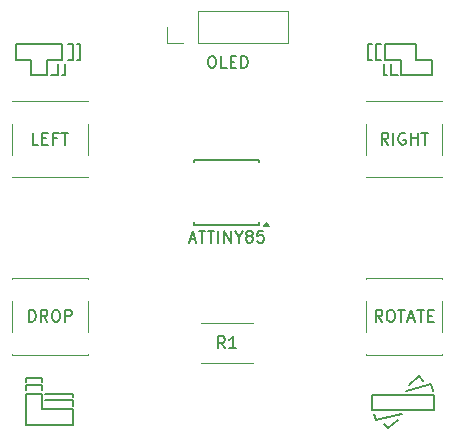
<source format=gbr>
%TF.GenerationSoftware,KiCad,Pcbnew,8.0.3*%
%TF.CreationDate,2024-08-18T16:24:04+10:00*%
%TF.ProjectId,tetris_03,74657472-6973-45f3-9033-2e6b69636164,rev?*%
%TF.SameCoordinates,Original*%
%TF.FileFunction,Legend,Top*%
%TF.FilePolarity,Positive*%
%FSLAX46Y46*%
G04 Gerber Fmt 4.6, Leading zero omitted, Abs format (unit mm)*
G04 Created by KiCad (PCBNEW 8.0.3) date 2024-08-18 16:24:04*
%MOMM*%
%LPD*%
G01*
G04 APERTURE LIST*
%ADD10C,0.174624*%
%ADD11C,0.150000*%
%ADD12C,0.120000*%
G04 APERTURE END LIST*
D10*
X112812744Y-67291341D02*
X111500000Y-67291341D01*
X114562486Y-39777861D02*
X113249306Y-39777861D01*
X113249306Y-41090605D01*
X111936563Y-41090605D01*
X111936563Y-39777861D01*
X110623819Y-39777861D01*
X110623819Y-38464681D01*
X114562486Y-38464681D01*
X114562486Y-39777861D01*
X115490618Y-39766074D02*
X115490618Y-38453330D01*
X140768894Y-39777861D02*
X140482511Y-39777861D01*
X141098939Y-38453330D02*
X141564748Y-38453330D01*
X141098939Y-39766074D02*
X141098939Y-38453330D01*
X115438667Y-68604082D02*
X114125924Y-68604082D01*
X144047915Y-67701269D02*
X143701722Y-67789458D01*
X142955639Y-41078817D02*
X142411680Y-41078817D01*
X142918531Y-69849157D02*
X143292224Y-69753988D01*
X144752528Y-66583234D02*
X143910398Y-67351145D01*
X141795253Y-41090605D02*
X141795253Y-40167711D01*
X115024806Y-39766074D02*
X115490618Y-39766074D01*
X142881858Y-69858325D02*
X142918531Y-69849157D01*
X140482511Y-39777861D02*
X140482511Y-38464681D01*
X112812744Y-69375486D02*
X115438667Y-69375486D01*
X115438667Y-70688669D01*
X111500000Y-70688669D01*
X111500000Y-68062745D01*
X112812744Y-68062745D01*
X112812744Y-69375486D01*
X140987612Y-69748748D02*
X141129057Y-70304930D01*
X141783901Y-70574289D02*
X142166768Y-70993823D01*
X115438667Y-68324680D02*
X115438667Y-68062745D01*
X111500000Y-66750000D02*
X111500000Y-67023287D01*
X144536868Y-39766074D02*
X145849609Y-39766074D01*
X145849609Y-41078817D01*
X143224123Y-41078817D01*
X143224123Y-39766074D01*
X141911379Y-39766074D01*
X141911379Y-38453330D01*
X144536868Y-38453330D01*
X144536868Y-39766074D01*
X113633918Y-41078817D02*
X114177874Y-41078817D01*
X145115747Y-66980940D02*
X144752528Y-66583234D01*
X145915095Y-67819145D02*
X145772772Y-67261654D01*
X145772772Y-67261654D02*
X144047915Y-67701269D01*
X141564748Y-39766074D02*
X141098939Y-39766074D01*
X142166768Y-70993823D02*
X142978336Y-70253852D01*
X112812744Y-67755403D02*
X112812744Y-67291341D01*
X115490618Y-38453330D02*
X115024806Y-38453330D01*
X114794301Y-41090605D02*
X114794301Y-40167711D01*
X146076184Y-69437041D02*
X140824774Y-69437041D01*
X140824774Y-68124300D01*
X146076184Y-68124300D01*
X146076184Y-69437041D01*
X115820659Y-39777861D02*
X116107044Y-39777861D01*
X142411680Y-41078817D02*
X142411680Y-40155924D01*
X111500000Y-67291341D02*
X111500000Y-67748420D01*
X116107044Y-38464681D02*
X115820659Y-38464681D01*
X114125924Y-68604082D02*
X113093017Y-68604082D01*
X114125924Y-68062745D02*
X113093017Y-68062745D01*
X112812744Y-66750000D02*
X111500000Y-66750000D01*
X140482511Y-38464681D02*
X140768894Y-38464681D01*
X114177874Y-41078817D02*
X114177874Y-40155924D01*
X142027070Y-41090605D02*
X141795253Y-41090605D01*
X116107044Y-39777861D02*
X116107044Y-38464681D01*
X115438667Y-69050250D02*
X115438667Y-68604082D01*
X141129057Y-70304930D02*
X142881858Y-69858325D01*
X114562486Y-41090605D02*
X114794301Y-41090605D01*
X112812744Y-67030271D02*
X112812744Y-66750000D01*
X115438667Y-68062745D02*
X114125924Y-68062745D01*
D11*
X142166666Y-46954819D02*
X141833333Y-46478628D01*
X141595238Y-46954819D02*
X141595238Y-45954819D01*
X141595238Y-45954819D02*
X141976190Y-45954819D01*
X141976190Y-45954819D02*
X142071428Y-46002438D01*
X142071428Y-46002438D02*
X142119047Y-46050057D01*
X142119047Y-46050057D02*
X142166666Y-46145295D01*
X142166666Y-46145295D02*
X142166666Y-46288152D01*
X142166666Y-46288152D02*
X142119047Y-46383390D01*
X142119047Y-46383390D02*
X142071428Y-46431009D01*
X142071428Y-46431009D02*
X141976190Y-46478628D01*
X141976190Y-46478628D02*
X141595238Y-46478628D01*
X142595238Y-46954819D02*
X142595238Y-45954819D01*
X143595237Y-46002438D02*
X143499999Y-45954819D01*
X143499999Y-45954819D02*
X143357142Y-45954819D01*
X143357142Y-45954819D02*
X143214285Y-46002438D01*
X143214285Y-46002438D02*
X143119047Y-46097676D01*
X143119047Y-46097676D02*
X143071428Y-46192914D01*
X143071428Y-46192914D02*
X143023809Y-46383390D01*
X143023809Y-46383390D02*
X143023809Y-46526247D01*
X143023809Y-46526247D02*
X143071428Y-46716723D01*
X143071428Y-46716723D02*
X143119047Y-46811961D01*
X143119047Y-46811961D02*
X143214285Y-46907200D01*
X143214285Y-46907200D02*
X143357142Y-46954819D01*
X143357142Y-46954819D02*
X143452380Y-46954819D01*
X143452380Y-46954819D02*
X143595237Y-46907200D01*
X143595237Y-46907200D02*
X143642856Y-46859580D01*
X143642856Y-46859580D02*
X143642856Y-46526247D01*
X143642856Y-46526247D02*
X143452380Y-46526247D01*
X144071428Y-46954819D02*
X144071428Y-45954819D01*
X144071428Y-46431009D02*
X144642856Y-46431009D01*
X144642856Y-46954819D02*
X144642856Y-45954819D01*
X144976190Y-45954819D02*
X145547618Y-45954819D01*
X145261904Y-46954819D02*
X145261904Y-45954819D01*
X112547618Y-46954819D02*
X112071428Y-46954819D01*
X112071428Y-46954819D02*
X112071428Y-45954819D01*
X112880952Y-46431009D02*
X113214285Y-46431009D01*
X113357142Y-46954819D02*
X112880952Y-46954819D01*
X112880952Y-46954819D02*
X112880952Y-45954819D01*
X112880952Y-45954819D02*
X113357142Y-45954819D01*
X114119047Y-46431009D02*
X113785714Y-46431009D01*
X113785714Y-46954819D02*
X113785714Y-45954819D01*
X113785714Y-45954819D02*
X114261904Y-45954819D01*
X114500000Y-45954819D02*
X115071428Y-45954819D01*
X114785714Y-46954819D02*
X114785714Y-45954819D01*
X127147619Y-39454819D02*
X127338095Y-39454819D01*
X127338095Y-39454819D02*
X127433333Y-39502438D01*
X127433333Y-39502438D02*
X127528571Y-39597676D01*
X127528571Y-39597676D02*
X127576190Y-39788152D01*
X127576190Y-39788152D02*
X127576190Y-40121485D01*
X127576190Y-40121485D02*
X127528571Y-40311961D01*
X127528571Y-40311961D02*
X127433333Y-40407200D01*
X127433333Y-40407200D02*
X127338095Y-40454819D01*
X127338095Y-40454819D02*
X127147619Y-40454819D01*
X127147619Y-40454819D02*
X127052381Y-40407200D01*
X127052381Y-40407200D02*
X126957143Y-40311961D01*
X126957143Y-40311961D02*
X126909524Y-40121485D01*
X126909524Y-40121485D02*
X126909524Y-39788152D01*
X126909524Y-39788152D02*
X126957143Y-39597676D01*
X126957143Y-39597676D02*
X127052381Y-39502438D01*
X127052381Y-39502438D02*
X127147619Y-39454819D01*
X128480952Y-40454819D02*
X128004762Y-40454819D01*
X128004762Y-40454819D02*
X128004762Y-39454819D01*
X128814286Y-39931009D02*
X129147619Y-39931009D01*
X129290476Y-40454819D02*
X128814286Y-40454819D01*
X128814286Y-40454819D02*
X128814286Y-39454819D01*
X128814286Y-39454819D02*
X129290476Y-39454819D01*
X129719048Y-40454819D02*
X129719048Y-39454819D01*
X129719048Y-39454819D02*
X129957143Y-39454819D01*
X129957143Y-39454819D02*
X130100000Y-39502438D01*
X130100000Y-39502438D02*
X130195238Y-39597676D01*
X130195238Y-39597676D02*
X130242857Y-39692914D01*
X130242857Y-39692914D02*
X130290476Y-39883390D01*
X130290476Y-39883390D02*
X130290476Y-40026247D01*
X130290476Y-40026247D02*
X130242857Y-40216723D01*
X130242857Y-40216723D02*
X130195238Y-40311961D01*
X130195238Y-40311961D02*
X130100000Y-40407200D01*
X130100000Y-40407200D02*
X129957143Y-40454819D01*
X129957143Y-40454819D02*
X129719048Y-40454819D01*
X125357143Y-54969104D02*
X125833333Y-54969104D01*
X125261905Y-55254819D02*
X125595238Y-54254819D01*
X125595238Y-54254819D02*
X125928571Y-55254819D01*
X126119048Y-54254819D02*
X126690476Y-54254819D01*
X126404762Y-55254819D02*
X126404762Y-54254819D01*
X126880953Y-54254819D02*
X127452381Y-54254819D01*
X127166667Y-55254819D02*
X127166667Y-54254819D01*
X127785715Y-55254819D02*
X127785715Y-54254819D01*
X128261905Y-55254819D02*
X128261905Y-54254819D01*
X128261905Y-54254819D02*
X128833333Y-55254819D01*
X128833333Y-55254819D02*
X128833333Y-54254819D01*
X129500000Y-54778628D02*
X129500000Y-55254819D01*
X129166667Y-54254819D02*
X129500000Y-54778628D01*
X129500000Y-54778628D02*
X129833333Y-54254819D01*
X130309524Y-54683390D02*
X130214286Y-54635771D01*
X130214286Y-54635771D02*
X130166667Y-54588152D01*
X130166667Y-54588152D02*
X130119048Y-54492914D01*
X130119048Y-54492914D02*
X130119048Y-54445295D01*
X130119048Y-54445295D02*
X130166667Y-54350057D01*
X130166667Y-54350057D02*
X130214286Y-54302438D01*
X130214286Y-54302438D02*
X130309524Y-54254819D01*
X130309524Y-54254819D02*
X130500000Y-54254819D01*
X130500000Y-54254819D02*
X130595238Y-54302438D01*
X130595238Y-54302438D02*
X130642857Y-54350057D01*
X130642857Y-54350057D02*
X130690476Y-54445295D01*
X130690476Y-54445295D02*
X130690476Y-54492914D01*
X130690476Y-54492914D02*
X130642857Y-54588152D01*
X130642857Y-54588152D02*
X130595238Y-54635771D01*
X130595238Y-54635771D02*
X130500000Y-54683390D01*
X130500000Y-54683390D02*
X130309524Y-54683390D01*
X130309524Y-54683390D02*
X130214286Y-54731009D01*
X130214286Y-54731009D02*
X130166667Y-54778628D01*
X130166667Y-54778628D02*
X130119048Y-54873866D01*
X130119048Y-54873866D02*
X130119048Y-55064342D01*
X130119048Y-55064342D02*
X130166667Y-55159580D01*
X130166667Y-55159580D02*
X130214286Y-55207200D01*
X130214286Y-55207200D02*
X130309524Y-55254819D01*
X130309524Y-55254819D02*
X130500000Y-55254819D01*
X130500000Y-55254819D02*
X130595238Y-55207200D01*
X130595238Y-55207200D02*
X130642857Y-55159580D01*
X130642857Y-55159580D02*
X130690476Y-55064342D01*
X130690476Y-55064342D02*
X130690476Y-54873866D01*
X130690476Y-54873866D02*
X130642857Y-54778628D01*
X130642857Y-54778628D02*
X130595238Y-54731009D01*
X130595238Y-54731009D02*
X130500000Y-54683390D01*
X131595238Y-54254819D02*
X131119048Y-54254819D01*
X131119048Y-54254819D02*
X131071429Y-54731009D01*
X131071429Y-54731009D02*
X131119048Y-54683390D01*
X131119048Y-54683390D02*
X131214286Y-54635771D01*
X131214286Y-54635771D02*
X131452381Y-54635771D01*
X131452381Y-54635771D02*
X131547619Y-54683390D01*
X131547619Y-54683390D02*
X131595238Y-54731009D01*
X131595238Y-54731009D02*
X131642857Y-54826247D01*
X131642857Y-54826247D02*
X131642857Y-55064342D01*
X131642857Y-55064342D02*
X131595238Y-55159580D01*
X131595238Y-55159580D02*
X131547619Y-55207200D01*
X131547619Y-55207200D02*
X131452381Y-55254819D01*
X131452381Y-55254819D02*
X131214286Y-55254819D01*
X131214286Y-55254819D02*
X131119048Y-55207200D01*
X131119048Y-55207200D02*
X131071429Y-55159580D01*
X141667856Y-61954819D02*
X141334523Y-61478628D01*
X141096428Y-61954819D02*
X141096428Y-60954819D01*
X141096428Y-60954819D02*
X141477380Y-60954819D01*
X141477380Y-60954819D02*
X141572618Y-61002438D01*
X141572618Y-61002438D02*
X141620237Y-61050057D01*
X141620237Y-61050057D02*
X141667856Y-61145295D01*
X141667856Y-61145295D02*
X141667856Y-61288152D01*
X141667856Y-61288152D02*
X141620237Y-61383390D01*
X141620237Y-61383390D02*
X141572618Y-61431009D01*
X141572618Y-61431009D02*
X141477380Y-61478628D01*
X141477380Y-61478628D02*
X141096428Y-61478628D01*
X142286904Y-60954819D02*
X142477380Y-60954819D01*
X142477380Y-60954819D02*
X142572618Y-61002438D01*
X142572618Y-61002438D02*
X142667856Y-61097676D01*
X142667856Y-61097676D02*
X142715475Y-61288152D01*
X142715475Y-61288152D02*
X142715475Y-61621485D01*
X142715475Y-61621485D02*
X142667856Y-61811961D01*
X142667856Y-61811961D02*
X142572618Y-61907200D01*
X142572618Y-61907200D02*
X142477380Y-61954819D01*
X142477380Y-61954819D02*
X142286904Y-61954819D01*
X142286904Y-61954819D02*
X142191666Y-61907200D01*
X142191666Y-61907200D02*
X142096428Y-61811961D01*
X142096428Y-61811961D02*
X142048809Y-61621485D01*
X142048809Y-61621485D02*
X142048809Y-61288152D01*
X142048809Y-61288152D02*
X142096428Y-61097676D01*
X142096428Y-61097676D02*
X142191666Y-61002438D01*
X142191666Y-61002438D02*
X142286904Y-60954819D01*
X143001190Y-60954819D02*
X143572618Y-60954819D01*
X143286904Y-61954819D02*
X143286904Y-60954819D01*
X143858333Y-61669104D02*
X144334523Y-61669104D01*
X143763095Y-61954819D02*
X144096428Y-60954819D01*
X144096428Y-60954819D02*
X144429761Y-61954819D01*
X144620238Y-60954819D02*
X145191666Y-60954819D01*
X144905952Y-61954819D02*
X144905952Y-60954819D01*
X145525000Y-61431009D02*
X145858333Y-61431009D01*
X146001190Y-61954819D02*
X145525000Y-61954819D01*
X145525000Y-61954819D02*
X145525000Y-60954819D01*
X145525000Y-60954819D02*
X146001190Y-60954819D01*
X111739286Y-61954819D02*
X111739286Y-60954819D01*
X111739286Y-60954819D02*
X111977381Y-60954819D01*
X111977381Y-60954819D02*
X112120238Y-61002438D01*
X112120238Y-61002438D02*
X112215476Y-61097676D01*
X112215476Y-61097676D02*
X112263095Y-61192914D01*
X112263095Y-61192914D02*
X112310714Y-61383390D01*
X112310714Y-61383390D02*
X112310714Y-61526247D01*
X112310714Y-61526247D02*
X112263095Y-61716723D01*
X112263095Y-61716723D02*
X112215476Y-61811961D01*
X112215476Y-61811961D02*
X112120238Y-61907200D01*
X112120238Y-61907200D02*
X111977381Y-61954819D01*
X111977381Y-61954819D02*
X111739286Y-61954819D01*
X113310714Y-61954819D02*
X112977381Y-61478628D01*
X112739286Y-61954819D02*
X112739286Y-60954819D01*
X112739286Y-60954819D02*
X113120238Y-60954819D01*
X113120238Y-60954819D02*
X113215476Y-61002438D01*
X113215476Y-61002438D02*
X113263095Y-61050057D01*
X113263095Y-61050057D02*
X113310714Y-61145295D01*
X113310714Y-61145295D02*
X113310714Y-61288152D01*
X113310714Y-61288152D02*
X113263095Y-61383390D01*
X113263095Y-61383390D02*
X113215476Y-61431009D01*
X113215476Y-61431009D02*
X113120238Y-61478628D01*
X113120238Y-61478628D02*
X112739286Y-61478628D01*
X113929762Y-60954819D02*
X114120238Y-60954819D01*
X114120238Y-60954819D02*
X114215476Y-61002438D01*
X114215476Y-61002438D02*
X114310714Y-61097676D01*
X114310714Y-61097676D02*
X114358333Y-61288152D01*
X114358333Y-61288152D02*
X114358333Y-61621485D01*
X114358333Y-61621485D02*
X114310714Y-61811961D01*
X114310714Y-61811961D02*
X114215476Y-61907200D01*
X114215476Y-61907200D02*
X114120238Y-61954819D01*
X114120238Y-61954819D02*
X113929762Y-61954819D01*
X113929762Y-61954819D02*
X113834524Y-61907200D01*
X113834524Y-61907200D02*
X113739286Y-61811961D01*
X113739286Y-61811961D02*
X113691667Y-61621485D01*
X113691667Y-61621485D02*
X113691667Y-61288152D01*
X113691667Y-61288152D02*
X113739286Y-61097676D01*
X113739286Y-61097676D02*
X113834524Y-61002438D01*
X113834524Y-61002438D02*
X113929762Y-60954819D01*
X114786905Y-61954819D02*
X114786905Y-60954819D01*
X114786905Y-60954819D02*
X115167857Y-60954819D01*
X115167857Y-60954819D02*
X115263095Y-61002438D01*
X115263095Y-61002438D02*
X115310714Y-61050057D01*
X115310714Y-61050057D02*
X115358333Y-61145295D01*
X115358333Y-61145295D02*
X115358333Y-61288152D01*
X115358333Y-61288152D02*
X115310714Y-61383390D01*
X115310714Y-61383390D02*
X115263095Y-61431009D01*
X115263095Y-61431009D02*
X115167857Y-61478628D01*
X115167857Y-61478628D02*
X114786905Y-61478628D01*
X128333333Y-64204819D02*
X128000000Y-63728628D01*
X127761905Y-64204819D02*
X127761905Y-63204819D01*
X127761905Y-63204819D02*
X128142857Y-63204819D01*
X128142857Y-63204819D02*
X128238095Y-63252438D01*
X128238095Y-63252438D02*
X128285714Y-63300057D01*
X128285714Y-63300057D02*
X128333333Y-63395295D01*
X128333333Y-63395295D02*
X128333333Y-63538152D01*
X128333333Y-63538152D02*
X128285714Y-63633390D01*
X128285714Y-63633390D02*
X128238095Y-63681009D01*
X128238095Y-63681009D02*
X128142857Y-63728628D01*
X128142857Y-63728628D02*
X127761905Y-63728628D01*
X129285714Y-64204819D02*
X128714286Y-64204819D01*
X129000000Y-64204819D02*
X129000000Y-63204819D01*
X129000000Y-63204819D02*
X128904762Y-63347676D01*
X128904762Y-63347676D02*
X128809524Y-63442914D01*
X128809524Y-63442914D02*
X128714286Y-63490533D01*
D12*
%TO.C,RIGHT*%
X140270000Y-43270000D02*
X140270000Y-43300000D01*
X140270000Y-47800000D02*
X140270000Y-45200000D01*
X140270000Y-49730000D02*
X140270000Y-49700000D01*
X146730000Y-43270000D02*
X140270000Y-43270000D01*
X146730000Y-43270000D02*
X146730000Y-43300000D01*
X146730000Y-47800000D02*
X146730000Y-45200000D01*
X146730000Y-49700000D02*
X146730000Y-49730000D01*
X146730000Y-49730000D02*
X140270000Y-49730000D01*
%TO.C,LEFT*%
X110270000Y-43270000D02*
X110270000Y-43300000D01*
X110270000Y-47800000D02*
X110270000Y-45200000D01*
X110270000Y-49730000D02*
X110270000Y-49700000D01*
X116730000Y-43270000D02*
X110270000Y-43270000D01*
X116730000Y-43270000D02*
X116730000Y-43300000D01*
X116730000Y-47800000D02*
X116730000Y-45200000D01*
X116730000Y-49700000D02*
X116730000Y-49730000D01*
X116730000Y-49730000D02*
X110270000Y-49730000D01*
%TO.C,OLED*%
X123420000Y-38330000D02*
X123420000Y-37000000D01*
X124750000Y-38330000D02*
X123420000Y-38330000D01*
X126020000Y-35670000D02*
X133700000Y-35670000D01*
X126020000Y-38330000D02*
X126020000Y-35670000D01*
X126020000Y-38330000D02*
X133700000Y-38330000D01*
X133700000Y-38330000D02*
X133700000Y-35670000D01*
D11*
%TO.C,ATTINY85*%
X125750000Y-48245000D02*
X125750000Y-48450000D01*
X125750000Y-53755000D02*
X125750000Y-53550000D01*
X131250000Y-48245000D02*
X125750000Y-48245000D01*
X131250000Y-48245000D02*
X131250000Y-48450000D01*
X131250000Y-53755000D02*
X125750000Y-53755000D01*
X131250000Y-53755000D02*
X131250000Y-53550000D01*
D12*
X132040000Y-53830000D02*
X131560000Y-53830000D01*
X131800000Y-53500000D01*
X132040000Y-53830000D01*
G36*
X132040000Y-53830000D02*
G01*
X131560000Y-53830000D01*
X131800000Y-53500000D01*
X132040000Y-53830000D01*
G37*
%TO.C,ROTATE*%
X140295000Y-58270000D02*
X146755000Y-58270000D01*
X140295000Y-58300000D02*
X140295000Y-58270000D01*
X140295000Y-60200000D02*
X140295000Y-62800000D01*
X140295000Y-64730000D02*
X140295000Y-64700000D01*
X140295000Y-64730000D02*
X146755000Y-64730000D01*
X146755000Y-58270000D02*
X146755000Y-58300000D01*
X146755000Y-60200000D02*
X146755000Y-62800000D01*
X146755000Y-64730000D02*
X146755000Y-64700000D01*
%TO.C,DROP*%
X110295000Y-58270000D02*
X116755000Y-58270000D01*
X110295000Y-58300000D02*
X110295000Y-58270000D01*
X110295000Y-60200000D02*
X110295000Y-62800000D01*
X110295000Y-64730000D02*
X110295000Y-64700000D01*
X110295000Y-64730000D02*
X116755000Y-64730000D01*
X116755000Y-58270000D02*
X116755000Y-58300000D01*
X116755000Y-60200000D02*
X116755000Y-62800000D01*
X116755000Y-64730000D02*
X116755000Y-64700000D01*
%TO.C,R1*%
X126322936Y-62040000D02*
X130677064Y-62040000D01*
X126322936Y-65460000D02*
X130677064Y-65460000D01*
%TD*%
M02*

</source>
